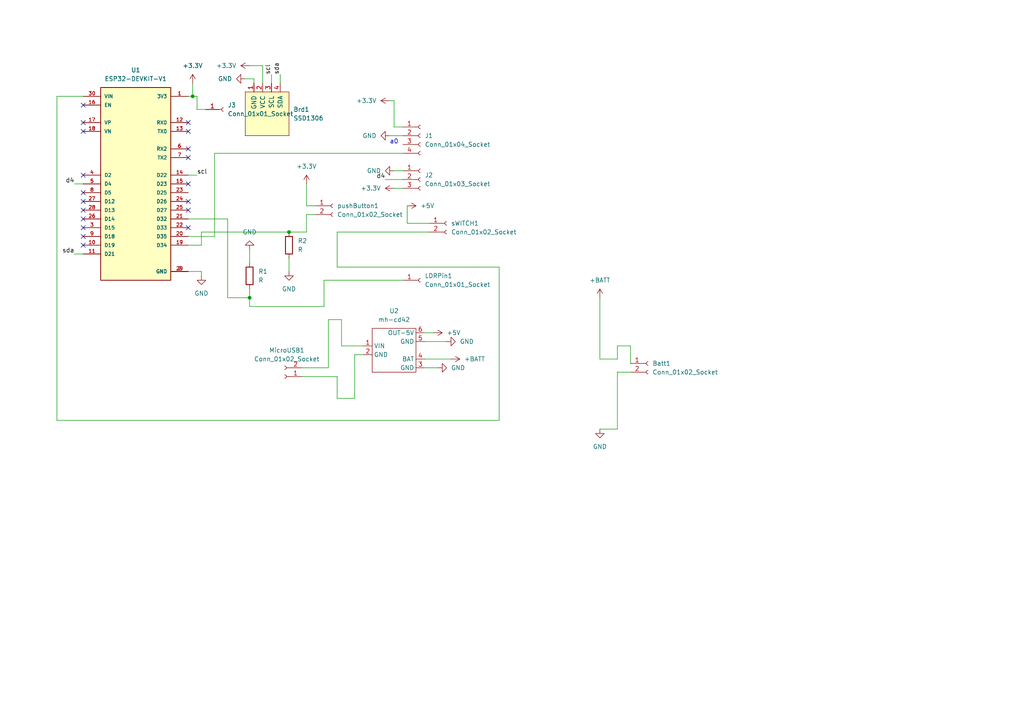
<source format=kicad_sch>
(kicad_sch (version 20230121) (generator eeschema)

  (uuid 00d2ec1c-cdca-478b-a411-bd35ff8891c5)

  (paper "A4")

  (lib_symbols
    (symbol "Connector:Conn_01x01_Socket" (pin_names (offset 1.016) hide) (in_bom yes) (on_board yes)
      (property "Reference" "J" (at 0 2.54 0)
        (effects (font (size 1.27 1.27)))
      )
      (property "Value" "Conn_01x01_Socket" (at 0 -2.54 0)
        (effects (font (size 1.27 1.27)))
      )
      (property "Footprint" "" (at 0 0 0)
        (effects (font (size 1.27 1.27)) hide)
      )
      (property "Datasheet" "~" (at 0 0 0)
        (effects (font (size 1.27 1.27)) hide)
      )
      (property "ki_locked" "" (at 0 0 0)
        (effects (font (size 1.27 1.27)))
      )
      (property "ki_keywords" "connector" (at 0 0 0)
        (effects (font (size 1.27 1.27)) hide)
      )
      (property "ki_description" "Generic connector, single row, 01x01, script generated" (at 0 0 0)
        (effects (font (size 1.27 1.27)) hide)
      )
      (property "ki_fp_filters" "Connector*:*_1x??_*" (at 0 0 0)
        (effects (font (size 1.27 1.27)) hide)
      )
      (symbol "Conn_01x01_Socket_1_1"
        (polyline
          (pts
            (xy -1.27 0)
            (xy -0.508 0)
          )
          (stroke (width 0.1524) (type default))
          (fill (type none))
        )
        (arc (start 0 0.508) (mid -0.5058 0) (end 0 -0.508)
          (stroke (width 0.1524) (type default))
          (fill (type none))
        )
        (pin passive line (at -5.08 0 0) (length 3.81)
          (name "Pin_1" (effects (font (size 1.27 1.27))))
          (number "1" (effects (font (size 1.27 1.27))))
        )
      )
    )
    (symbol "Connector:Conn_01x02_Socket" (pin_names (offset 1.016) hide) (in_bom yes) (on_board yes)
      (property "Reference" "J" (at 0 2.54 0)
        (effects (font (size 1.27 1.27)))
      )
      (property "Value" "Conn_01x02_Socket" (at 0 -5.08 0)
        (effects (font (size 1.27 1.27)))
      )
      (property "Footprint" "" (at 0 0 0)
        (effects (font (size 1.27 1.27)) hide)
      )
      (property "Datasheet" "~" (at 0 0 0)
        (effects (font (size 1.27 1.27)) hide)
      )
      (property "ki_locked" "" (at 0 0 0)
        (effects (font (size 1.27 1.27)))
      )
      (property "ki_keywords" "connector" (at 0 0 0)
        (effects (font (size 1.27 1.27)) hide)
      )
      (property "ki_description" "Generic connector, single row, 01x02, script generated" (at 0 0 0)
        (effects (font (size 1.27 1.27)) hide)
      )
      (property "ki_fp_filters" "Connector*:*_1x??_*" (at 0 0 0)
        (effects (font (size 1.27 1.27)) hide)
      )
      (symbol "Conn_01x02_Socket_1_1"
        (arc (start 0 -2.032) (mid -0.5058 -2.54) (end 0 -3.048)
          (stroke (width 0.1524) (type default))
          (fill (type none))
        )
        (polyline
          (pts
            (xy -1.27 -2.54)
            (xy -0.508 -2.54)
          )
          (stroke (width 0.1524) (type default))
          (fill (type none))
        )
        (polyline
          (pts
            (xy -1.27 0)
            (xy -0.508 0)
          )
          (stroke (width 0.1524) (type default))
          (fill (type none))
        )
        (arc (start 0 0.508) (mid -0.5058 0) (end 0 -0.508)
          (stroke (width 0.1524) (type default))
          (fill (type none))
        )
        (pin passive line (at -5.08 0 0) (length 3.81)
          (name "Pin_1" (effects (font (size 1.27 1.27))))
          (number "1" (effects (font (size 1.27 1.27))))
        )
        (pin passive line (at -5.08 -2.54 0) (length 3.81)
          (name "Pin_2" (effects (font (size 1.27 1.27))))
          (number "2" (effects (font (size 1.27 1.27))))
        )
      )
    )
    (symbol "Connector:Conn_01x03_Socket" (pin_names (offset 1.016) hide) (in_bom yes) (on_board yes)
      (property "Reference" "J" (at 0 5.08 0)
        (effects (font (size 1.27 1.27)))
      )
      (property "Value" "Conn_01x03_Socket" (at 0 -5.08 0)
        (effects (font (size 1.27 1.27)))
      )
      (property "Footprint" "" (at 0 0 0)
        (effects (font (size 1.27 1.27)) hide)
      )
      (property "Datasheet" "~" (at 0 0 0)
        (effects (font (size 1.27 1.27)) hide)
      )
      (property "ki_locked" "" (at 0 0 0)
        (effects (font (size 1.27 1.27)))
      )
      (property "ki_keywords" "connector" (at 0 0 0)
        (effects (font (size 1.27 1.27)) hide)
      )
      (property "ki_description" "Generic connector, single row, 01x03, script generated" (at 0 0 0)
        (effects (font (size 1.27 1.27)) hide)
      )
      (property "ki_fp_filters" "Connector*:*_1x??_*" (at 0 0 0)
        (effects (font (size 1.27 1.27)) hide)
      )
      (symbol "Conn_01x03_Socket_1_1"
        (arc (start 0 -2.032) (mid -0.5058 -2.54) (end 0 -3.048)
          (stroke (width 0.1524) (type default))
          (fill (type none))
        )
        (polyline
          (pts
            (xy -1.27 -2.54)
            (xy -0.508 -2.54)
          )
          (stroke (width 0.1524) (type default))
          (fill (type none))
        )
        (polyline
          (pts
            (xy -1.27 0)
            (xy -0.508 0)
          )
          (stroke (width 0.1524) (type default))
          (fill (type none))
        )
        (polyline
          (pts
            (xy -1.27 2.54)
            (xy -0.508 2.54)
          )
          (stroke (width 0.1524) (type default))
          (fill (type none))
        )
        (arc (start 0 0.508) (mid -0.5058 0) (end 0 -0.508)
          (stroke (width 0.1524) (type default))
          (fill (type none))
        )
        (arc (start 0 3.048) (mid -0.5058 2.54) (end 0 2.032)
          (stroke (width 0.1524) (type default))
          (fill (type none))
        )
        (pin passive line (at -5.08 2.54 0) (length 3.81)
          (name "Pin_1" (effects (font (size 1.27 1.27))))
          (number "1" (effects (font (size 1.27 1.27))))
        )
        (pin passive line (at -5.08 0 0) (length 3.81)
          (name "Pin_2" (effects (font (size 1.27 1.27))))
          (number "2" (effects (font (size 1.27 1.27))))
        )
        (pin passive line (at -5.08 -2.54 0) (length 3.81)
          (name "Pin_3" (effects (font (size 1.27 1.27))))
          (number "3" (effects (font (size 1.27 1.27))))
        )
      )
    )
    (symbol "Connector:Conn_01x04_Socket" (pin_names (offset 1.016) hide) (in_bom yes) (on_board yes)
      (property "Reference" "J" (at 0 5.08 0)
        (effects (font (size 1.27 1.27)))
      )
      (property "Value" "Conn_01x04_Socket" (at 0 -7.62 0)
        (effects (font (size 1.27 1.27)))
      )
      (property "Footprint" "" (at 0 0 0)
        (effects (font (size 1.27 1.27)) hide)
      )
      (property "Datasheet" "~" (at 0 0 0)
        (effects (font (size 1.27 1.27)) hide)
      )
      (property "ki_locked" "" (at 0 0 0)
        (effects (font (size 1.27 1.27)))
      )
      (property "ki_keywords" "connector" (at 0 0 0)
        (effects (font (size 1.27 1.27)) hide)
      )
      (property "ki_description" "Generic connector, single row, 01x04, script generated" (at 0 0 0)
        (effects (font (size 1.27 1.27)) hide)
      )
      (property "ki_fp_filters" "Connector*:*_1x??_*" (at 0 0 0)
        (effects (font (size 1.27 1.27)) hide)
      )
      (symbol "Conn_01x04_Socket_1_1"
        (arc (start 0 -4.572) (mid -0.5058 -5.08) (end 0 -5.588)
          (stroke (width 0.1524) (type default))
          (fill (type none))
        )
        (arc (start 0 -2.032) (mid -0.5058 -2.54) (end 0 -3.048)
          (stroke (width 0.1524) (type default))
          (fill (type none))
        )
        (polyline
          (pts
            (xy -1.27 -5.08)
            (xy -0.508 -5.08)
          )
          (stroke (width 0.1524) (type default))
          (fill (type none))
        )
        (polyline
          (pts
            (xy -1.27 -2.54)
            (xy -0.508 -2.54)
          )
          (stroke (width 0.1524) (type default))
          (fill (type none))
        )
        (polyline
          (pts
            (xy -1.27 0)
            (xy -0.508 0)
          )
          (stroke (width 0.1524) (type default))
          (fill (type none))
        )
        (polyline
          (pts
            (xy -1.27 2.54)
            (xy -0.508 2.54)
          )
          (stroke (width 0.1524) (type default))
          (fill (type none))
        )
        (arc (start 0 0.508) (mid -0.5058 0) (end 0 -0.508)
          (stroke (width 0.1524) (type default))
          (fill (type none))
        )
        (arc (start 0 3.048) (mid -0.5058 2.54) (end 0 2.032)
          (stroke (width 0.1524) (type default))
          (fill (type none))
        )
        (pin passive line (at -5.08 2.54 0) (length 3.81)
          (name "Pin_1" (effects (font (size 1.27 1.27))))
          (number "1" (effects (font (size 1.27 1.27))))
        )
        (pin passive line (at -5.08 0 0) (length 3.81)
          (name "Pin_2" (effects (font (size 1.27 1.27))))
          (number "2" (effects (font (size 1.27 1.27))))
        )
        (pin passive line (at -5.08 -2.54 0) (length 3.81)
          (name "Pin_3" (effects (font (size 1.27 1.27))))
          (number "3" (effects (font (size 1.27 1.27))))
        )
        (pin passive line (at -5.08 -5.08 0) (length 3.81)
          (name "Pin_4" (effects (font (size 1.27 1.27))))
          (number "4" (effects (font (size 1.27 1.27))))
        )
      )
    )
    (symbol "Device:R" (pin_numbers hide) (pin_names (offset 0)) (in_bom yes) (on_board yes)
      (property "Reference" "R" (at 2.032 0 90)
        (effects (font (size 1.27 1.27)))
      )
      (property "Value" "R" (at 0 0 90)
        (effects (font (size 1.27 1.27)))
      )
      (property "Footprint" "" (at -1.778 0 90)
        (effects (font (size 1.27 1.27)) hide)
      )
      (property "Datasheet" "~" (at 0 0 0)
        (effects (font (size 1.27 1.27)) hide)
      )
      (property "ki_keywords" "R res resistor" (at 0 0 0)
        (effects (font (size 1.27 1.27)) hide)
      )
      (property "ki_description" "Resistor" (at 0 0 0)
        (effects (font (size 1.27 1.27)) hide)
      )
      (property "ki_fp_filters" "R_*" (at 0 0 0)
        (effects (font (size 1.27 1.27)) hide)
      )
      (symbol "R_0_1"
        (rectangle (start -1.016 -2.54) (end 1.016 2.54)
          (stroke (width 0.254) (type default))
          (fill (type none))
        )
      )
      (symbol "R_1_1"
        (pin passive line (at 0 3.81 270) (length 1.27)
          (name "~" (effects (font (size 1.27 1.27))))
          (number "1" (effects (font (size 1.27 1.27))))
        )
        (pin passive line (at 0 -3.81 90) (length 1.27)
          (name "~" (effects (font (size 1.27 1.27))))
          (number "2" (effects (font (size 1.27 1.27))))
        )
      )
    )
    (symbol "cd42:mh-cd42" (in_bom yes) (on_board yes)
      (property "Reference" "U" (at 0 7.62 0)
        (effects (font (size 1.27 1.27)))
      )
      (property "Value" "mh-cd42" (at 0 -7.62 0)
        (effects (font (size 1.27 1.27)))
      )
      (property "Footprint" "" (at -1.27 5.08 0)
        (effects (font (size 1.27 1.27)) hide)
      )
      (property "Datasheet" "" (at -1.27 5.08 0)
        (effects (font (size 1.27 1.27)) hide)
      )
      (symbol "mh-cd42_0_1"
        (rectangle (start -6.35 6.35) (end 6.35 -6.35)
          (stroke (width 0) (type default))
          (fill (type none))
        )
      )
      (symbol "mh-cd42_1_1"
        (pin power_in line (at -8.89 1.27 0) (length 2.54)
          (name "VIN" (effects (font (size 1.27 1.27))))
          (number "1" (effects (font (size 1.27 1.27))))
        )
        (pin passive line (at -8.89 -1.27 0) (length 2.54)
          (name "GND" (effects (font (size 1.27 1.27))))
          (number "2" (effects (font (size 1.27 1.27))))
        )
        (pin passive line (at 8.89 -5.08 180) (length 2.54)
          (name "GND" (effects (font (size 1.27 1.27))))
          (number "3" (effects (font (size 1.27 1.27))))
        )
        (pin passive line (at 8.89 -2.54 180) (length 2.54)
          (name "BAT" (effects (font (size 1.27 1.27))))
          (number "4" (effects (font (size 1.27 1.27))))
        )
        (pin passive line (at 8.89 2.54 180) (length 2.54)
          (name "GND" (effects (font (size 1.27 1.27))))
          (number "5" (effects (font (size 1.27 1.27))))
        )
        (pin power_out line (at 8.89 5.08 180) (length 2.54)
          (name "OUT-5V" (effects (font (size 1.27 1.27))))
          (number "6" (effects (font (size 1.27 1.27))))
        )
      )
    )
    (symbol "esp32-devkit:ESP32-DEVKIT-V1" (pin_names (offset 1.016)) (in_bom yes) (on_board yes)
      (property "Reference" "U" (at -10.16 30.48 0)
        (effects (font (size 1.27 1.27)) (justify left top))
      )
      (property "Value" "ESP32-DEVKIT-V1" (at -10.16 -30.48 0)
        (effects (font (size 1.27 1.27)) (justify left bottom))
      )
      (property "Footprint" "ESP32-DEVKIT-V1:MODULE_ESP32_DEVKIT_V1" (at 0 0 0)
        (effects (font (size 1.27 1.27)) (justify bottom) hide)
      )
      (property "Datasheet" "" (at 0 0 0)
        (effects (font (size 1.27 1.27)) hide)
      )
      (property "MF" "Do it" (at 0 0 0)
        (effects (font (size 1.27 1.27)) (justify bottom) hide)
      )
      (property "MAXIMUM_PACKAGE_HEIGHT" "6.8 mm" (at 0 0 0)
        (effects (font (size 1.27 1.27)) (justify bottom) hide)
      )
      (property "Package" "None" (at 0 0 0)
        (effects (font (size 1.27 1.27)) (justify bottom) hide)
      )
      (property "Price" "None" (at 0 0 0)
        (effects (font (size 1.27 1.27)) (justify bottom) hide)
      )
      (property "Check_prices" "https://www.snapeda.com/parts/ESP32-DEVKIT-V1/Do+it/view-part/?ref=eda" (at 0 0 0)
        (effects (font (size 1.27 1.27)) (justify bottom) hide)
      )
      (property "STANDARD" "Manufacturer Recommendations" (at 0 0 0)
        (effects (font (size 1.27 1.27)) (justify bottom) hide)
      )
      (property "PARTREV" "N/A" (at 0 0 0)
        (effects (font (size 1.27 1.27)) (justify bottom) hide)
      )
      (property "SnapEDA_Link" "https://www.snapeda.com/parts/ESP32-DEVKIT-V1/Do+it/view-part/?ref=snap" (at 0 0 0)
        (effects (font (size 1.27 1.27)) (justify bottom) hide)
      )
      (property "MP" "ESP32-DEVKIT-V1" (at 0 0 0)
        (effects (font (size 1.27 1.27)) (justify bottom) hide)
      )
      (property "Description" "\nDual core, Wi-Fi: 2.4 GHz up to 150 Mbits/s,BLE (Bluetooth Low Energy) and legacy Bluetooth, 32 bits, Up to 240 MHz\n" (at 0 0 0)
        (effects (font (size 1.27 1.27)) (justify bottom) hide)
      )
      (property "Availability" "Not in stock" (at 0 0 0)
        (effects (font (size 1.27 1.27)) (justify bottom) hide)
      )
      (property "MANUFACTURER" "DOIT" (at 0 0 0)
        (effects (font (size 1.27 1.27)) (justify bottom) hide)
      )
      (symbol "ESP32-DEVKIT-V1_0_0"
        (rectangle (start -10.16 -27.94) (end 10.16 27.94)
          (stroke (width 0.254) (type default))
          (fill (type background))
        )
        (pin output line (at 15.24 25.4 180) (length 5.08)
          (name "3V3" (effects (font (size 1.016 1.016))))
          (number "1" (effects (font (size 1.016 1.016))))
        )
        (pin bidirectional line (at -15.24 -17.78 0) (length 5.08)
          (name "D19" (effects (font (size 1.016 1.016))))
          (number "10" (effects (font (size 1.016 1.016))))
        )
        (pin bidirectional line (at -15.24 -20.32 0) (length 5.08)
          (name "D21" (effects (font (size 1.016 1.016))))
          (number "11" (effects (font (size 1.016 1.016))))
        )
        (pin input line (at 15.24 17.78 180) (length 5.08)
          (name "RX0" (effects (font (size 1.016 1.016))))
          (number "12" (effects (font (size 1.016 1.016))))
        )
        (pin output line (at 15.24 15.24 180) (length 5.08)
          (name "TX0" (effects (font (size 1.016 1.016))))
          (number "13" (effects (font (size 1.016 1.016))))
        )
        (pin bidirectional line (at 15.24 2.54 180) (length 5.08)
          (name "D22" (effects (font (size 1.016 1.016))))
          (number "14" (effects (font (size 1.016 1.016))))
        )
        (pin bidirectional line (at 15.24 0 180) (length 5.08)
          (name "D23" (effects (font (size 1.016 1.016))))
          (number "15" (effects (font (size 1.016 1.016))))
        )
        (pin input line (at -15.24 22.86 0) (length 5.08)
          (name "EN" (effects (font (size 1.016 1.016))))
          (number "16" (effects (font (size 1.016 1.016))))
        )
        (pin bidirectional line (at -15.24 17.78 0) (length 5.08)
          (name "VP" (effects (font (size 1.016 1.016))))
          (number "17" (effects (font (size 1.016 1.016))))
        )
        (pin bidirectional line (at -15.24 15.24 0) (length 5.08)
          (name "VN" (effects (font (size 1.016 1.016))))
          (number "18" (effects (font (size 1.016 1.016))))
        )
        (pin bidirectional line (at 15.24 -17.78 180) (length 5.08)
          (name "D34" (effects (font (size 1.016 1.016))))
          (number "19" (effects (font (size 1.016 1.016))))
        )
        (pin power_in line (at 15.24 -25.4 180) (length 5.08)
          (name "GND" (effects (font (size 1.016 1.016))))
          (number "2" (effects (font (size 1.016 1.016))))
        )
        (pin bidirectional line (at 15.24 -15.24 180) (length 5.08)
          (name "D35" (effects (font (size 1.016 1.016))))
          (number "20" (effects (font (size 1.016 1.016))))
        )
        (pin bidirectional line (at 15.24 -10.16 180) (length 5.08)
          (name "D32" (effects (font (size 1.016 1.016))))
          (number "21" (effects (font (size 1.016 1.016))))
        )
        (pin bidirectional line (at 15.24 -12.7 180) (length 5.08)
          (name "D33" (effects (font (size 1.016 1.016))))
          (number "22" (effects (font (size 1.016 1.016))))
        )
        (pin bidirectional line (at 15.24 -2.54 180) (length 5.08)
          (name "D25" (effects (font (size 1.016 1.016))))
          (number "23" (effects (font (size 1.016 1.016))))
        )
        (pin bidirectional line (at 15.24 -5.08 180) (length 5.08)
          (name "D26" (effects (font (size 1.016 1.016))))
          (number "24" (effects (font (size 1.016 1.016))))
        )
        (pin bidirectional line (at 15.24 -7.62 180) (length 5.08)
          (name "D27" (effects (font (size 1.016 1.016))))
          (number "25" (effects (font (size 1.016 1.016))))
        )
        (pin bidirectional line (at -15.24 -10.16 0) (length 5.08)
          (name "D14" (effects (font (size 1.016 1.016))))
          (number "26" (effects (font (size 1.016 1.016))))
        )
        (pin bidirectional line (at -15.24 -5.08 0) (length 5.08)
          (name "D12" (effects (font (size 1.016 1.016))))
          (number "27" (effects (font (size 1.016 1.016))))
        )
        (pin bidirectional line (at -15.24 -7.62 0) (length 5.08)
          (name "D13" (effects (font (size 1.016 1.016))))
          (number "28" (effects (font (size 1.016 1.016))))
        )
        (pin power_in line (at 15.24 -25.4 180) (length 5.08)
          (name "GND" (effects (font (size 1.016 1.016))))
          (number "29" (effects (font (size 1.016 1.016))))
        )
        (pin bidirectional line (at -15.24 -12.7 0) (length 5.08)
          (name "D15" (effects (font (size 1.016 1.016))))
          (number "3" (effects (font (size 1.016 1.016))))
        )
        (pin input line (at -15.24 25.4 0) (length 5.08)
          (name "VIN" (effects (font (size 1.016 1.016))))
          (number "30" (effects (font (size 1.016 1.016))))
        )
        (pin bidirectional line (at -15.24 2.54 0) (length 5.08)
          (name "D2" (effects (font (size 1.016 1.016))))
          (number "4" (effects (font (size 1.016 1.016))))
        )
        (pin bidirectional line (at -15.24 0 0) (length 5.08)
          (name "D4" (effects (font (size 1.016 1.016))))
          (number "5" (effects (font (size 1.016 1.016))))
        )
        (pin input line (at 15.24 10.16 180) (length 5.08)
          (name "RX2" (effects (font (size 1.016 1.016))))
          (number "6" (effects (font (size 1.016 1.016))))
        )
        (pin output line (at 15.24 7.62 180) (length 5.08)
          (name "TX2" (effects (font (size 1.016 1.016))))
          (number "7" (effects (font (size 1.016 1.016))))
        )
        (pin bidirectional line (at -15.24 -2.54 0) (length 5.08)
          (name "D5" (effects (font (size 1.016 1.016))))
          (number "8" (effects (font (size 1.016 1.016))))
        )
        (pin bidirectional line (at -15.24 -15.24 0) (length 5.08)
          (name "D18" (effects (font (size 1.016 1.016))))
          (number "9" (effects (font (size 1.016 1.016))))
        )
      )
    )
    (symbol "power:+3.3V" (power) (pin_names (offset 0)) (in_bom yes) (on_board yes)
      (property "Reference" "#PWR" (at 0 -3.81 0)
        (effects (font (size 1.27 1.27)) hide)
      )
      (property "Value" "+3.3V" (at 0 3.556 0)
        (effects (font (size 1.27 1.27)))
      )
      (property "Footprint" "" (at 0 0 0)
        (effects (font (size 1.27 1.27)) hide)
      )
      (property "Datasheet" "" (at 0 0 0)
        (effects (font (size 1.27 1.27)) hide)
      )
      (property "ki_keywords" "global power" (at 0 0 0)
        (effects (font (size 1.27 1.27)) hide)
      )
      (property "ki_description" "Power symbol creates a global label with name \"+3.3V\"" (at 0 0 0)
        (effects (font (size 1.27 1.27)) hide)
      )
      (symbol "+3.3V_0_1"
        (polyline
          (pts
            (xy -0.762 1.27)
            (xy 0 2.54)
          )
          (stroke (width 0) (type default))
          (fill (type none))
        )
        (polyline
          (pts
            (xy 0 0)
            (xy 0 2.54)
          )
          (stroke (width 0) (type default))
          (fill (type none))
        )
        (polyline
          (pts
            (xy 0 2.54)
            (xy 0.762 1.27)
          )
          (stroke (width 0) (type default))
          (fill (type none))
        )
      )
      (symbol "+3.3V_1_1"
        (pin power_in line (at 0 0 90) (length 0) hide
          (name "+3.3V" (effects (font (size 1.27 1.27))))
          (number "1" (effects (font (size 1.27 1.27))))
        )
      )
    )
    (symbol "power:+5V" (power) (pin_names (offset 0)) (in_bom yes) (on_board yes)
      (property "Reference" "#PWR" (at 0 -3.81 0)
        (effects (font (size 1.27 1.27)) hide)
      )
      (property "Value" "+5V" (at 0 3.556 0)
        (effects (font (size 1.27 1.27)))
      )
      (property "Footprint" "" (at 0 0 0)
        (effects (font (size 1.27 1.27)) hide)
      )
      (property "Datasheet" "" (at 0 0 0)
        (effects (font (size 1.27 1.27)) hide)
      )
      (property "ki_keywords" "global power" (at 0 0 0)
        (effects (font (size 1.27 1.27)) hide)
      )
      (property "ki_description" "Power symbol creates a global label with name \"+5V\"" (at 0 0 0)
        (effects (font (size 1.27 1.27)) hide)
      )
      (symbol "+5V_0_1"
        (polyline
          (pts
            (xy -0.762 1.27)
            (xy 0 2.54)
          )
          (stroke (width 0) (type default))
          (fill (type none))
        )
        (polyline
          (pts
            (xy 0 0)
            (xy 0 2.54)
          )
          (stroke (width 0) (type default))
          (fill (type none))
        )
        (polyline
          (pts
            (xy 0 2.54)
            (xy 0.762 1.27)
          )
          (stroke (width 0) (type default))
          (fill (type none))
        )
      )
      (symbol "+5V_1_1"
        (pin power_in line (at 0 0 90) (length 0) hide
          (name "+5V" (effects (font (size 1.27 1.27))))
          (number "1" (effects (font (size 1.27 1.27))))
        )
      )
    )
    (symbol "power:+BATT" (power) (pin_names (offset 0)) (in_bom yes) (on_board yes)
      (property "Reference" "#PWR" (at 0 -3.81 0)
        (effects (font (size 1.27 1.27)) hide)
      )
      (property "Value" "+BATT" (at 0 3.556 0)
        (effects (font (size 1.27 1.27)))
      )
      (property "Footprint" "" (at 0 0 0)
        (effects (font (size 1.27 1.27)) hide)
      )
      (property "Datasheet" "" (at 0 0 0)
        (effects (font (size 1.27 1.27)) hide)
      )
      (property "ki_keywords" "global power battery" (at 0 0 0)
        (effects (font (size 1.27 1.27)) hide)
      )
      (property "ki_description" "Power symbol creates a global label with name \"+BATT\"" (at 0 0 0)
        (effects (font (size 1.27 1.27)) hide)
      )
      (symbol "+BATT_0_1"
        (polyline
          (pts
            (xy -0.762 1.27)
            (xy 0 2.54)
          )
          (stroke (width 0) (type default))
          (fill (type none))
        )
        (polyline
          (pts
            (xy 0 0)
            (xy 0 2.54)
          )
          (stroke (width 0) (type default))
          (fill (type none))
        )
        (polyline
          (pts
            (xy 0 2.54)
            (xy 0.762 1.27)
          )
          (stroke (width 0) (type default))
          (fill (type none))
        )
      )
      (symbol "+BATT_1_1"
        (pin power_in line (at 0 0 90) (length 0) hide
          (name "+BATT" (effects (font (size 1.27 1.27))))
          (number "1" (effects (font (size 1.27 1.27))))
        )
      )
    )
    (symbol "power:GND" (power) (pin_names (offset 0)) (in_bom yes) (on_board yes)
      (property "Reference" "#PWR" (at 0 -6.35 0)
        (effects (font (size 1.27 1.27)) hide)
      )
      (property "Value" "GND" (at 0 -3.81 0)
        (effects (font (size 1.27 1.27)))
      )
      (property "Footprint" "" (at 0 0 0)
        (effects (font (size 1.27 1.27)) hide)
      )
      (property "Datasheet" "" (at 0 0 0)
        (effects (font (size 1.27 1.27)) hide)
      )
      (property "ki_keywords" "global power" (at 0 0 0)
        (effects (font (size 1.27 1.27)) hide)
      )
      (property "ki_description" "Power symbol creates a global label with name \"GND\" , ground" (at 0 0 0)
        (effects (font (size 1.27 1.27)) hide)
      )
      (symbol "GND_0_1"
        (polyline
          (pts
            (xy 0 0)
            (xy 0 -1.27)
            (xy 1.27 -1.27)
            (xy 0 -2.54)
            (xy -1.27 -1.27)
            (xy 0 -1.27)
          )
          (stroke (width 0) (type default))
          (fill (type none))
        )
      )
      (symbol "GND_1_1"
        (pin power_in line (at 0 0 270) (length 0) hide
          (name "GND" (effects (font (size 1.27 1.27))))
          (number "1" (effects (font (size 1.27 1.27))))
        )
      )
    )
    (symbol "ssd1306:SSD1306" (pin_names (offset 1.016)) (in_bom yes) (on_board yes)
      (property "Reference" "Brd" (at 0 -3.81 0)
        (effects (font (size 1.27 1.27)))
      )
      (property "Value" "SSD1306" (at 0 -1.27 0)
        (effects (font (size 1.27 1.27)))
      )
      (property "Footprint" "" (at 0 6.35 0)
        (effects (font (size 1.27 1.27)) hide)
      )
      (property "Datasheet" "" (at 0 6.35 0)
        (effects (font (size 1.27 1.27)) hide)
      )
      (property "ki_keywords" "SSD1306" (at 0 0 0)
        (effects (font (size 1.27 1.27)) hide)
      )
      (property "ki_description" "SSD1306 OLED" (at 0 0 0)
        (effects (font (size 1.27 1.27)) hide)
      )
      (property "ki_fp_filters" "SSD1306-128x64_OLED:SSD1306" (at 0 0 0)
        (effects (font (size 1.27 1.27)) hide)
      )
      (symbol "SSD1306_0_1"
        (rectangle (start -6.35 6.35) (end 6.35 -6.35)
          (stroke (width 0) (type solid))
          (fill (type background))
        )
      )
      (symbol "SSD1306_1_1"
        (pin input line (at -3.81 8.89 270) (length 2.54)
          (name "GND" (effects (font (size 1.27 1.27))))
          (number "1" (effects (font (size 1.27 1.27))))
        )
        (pin input line (at -1.27 8.89 270) (length 2.54)
          (name "VCC" (effects (font (size 1.27 1.27))))
          (number "2" (effects (font (size 1.27 1.27))))
        )
        (pin input line (at 1.27 8.89 270) (length 2.54)
          (name "SCL" (effects (font (size 1.27 1.27))))
          (number "3" (effects (font (size 1.27 1.27))))
        )
        (pin input line (at 3.81 8.89 270) (length 2.54)
          (name "SDA" (effects (font (size 1.27 1.27))))
          (number "4" (effects (font (size 1.27 1.27))))
        )
      )
    )
  )

  (junction (at 83.82 67.31) (diameter 0) (color 0 0 0 0)
    (uuid 8bdfeee7-2607-470b-a652-aebdeb4f8f23)
  )
  (junction (at 72.39 86.36) (diameter 0) (color 0 0 0 0)
    (uuid 9f3d3fde-9e32-4ede-9cf2-f0fe51a7ce1f)
  )
  (junction (at 55.88 27.94) (diameter 0) (color 0 0 0 0)
    (uuid e24dc323-8ce4-4f06-8a17-ae9b44212486)
  )

  (no_connect (at 24.13 50.8) (uuid 0c9f1924-7b6c-4a05-8bed-6b4c140e753b))
  (no_connect (at 54.61 53.34) (uuid 24e3e942-b787-466e-adbb-c5d6b0615945))
  (no_connect (at 54.61 58.42) (uuid 263c468e-6a0e-4c75-b42f-24b314094515))
  (no_connect (at 24.13 30.48) (uuid 26dccbaa-724f-40d1-8782-8cd3bdeae1d4))
  (no_connect (at 24.13 71.12) (uuid 28acddf8-1e04-420a-9321-e369f75701d1))
  (no_connect (at 54.61 43.18) (uuid 2c2a46aa-1ac6-46d9-8475-57b1a2b6df72))
  (no_connect (at 24.13 35.56) (uuid 2ce5f416-8fb8-43fd-b477-9d74695d6f21))
  (no_connect (at 54.61 45.72) (uuid 2f455806-29ea-4763-bc9d-bd1d1d9d6fc1))
  (no_connect (at 54.61 35.56) (uuid 40a359ce-6b0c-42ea-8ac9-468d0ea3a45f))
  (no_connect (at 54.61 60.96) (uuid 460b67c2-6ce9-4b9c-a75e-33ea875532be))
  (no_connect (at 24.13 60.96) (uuid 65ae212f-62c0-433f-a588-7543e2d2adb7))
  (no_connect (at 54.61 38.1) (uuid 66e09a34-4b17-41ee-a052-764e2af23cd7))
  (no_connect (at 24.13 38.1) (uuid 7bc0005c-acce-4c3b-a594-f70903cc9176))
  (no_connect (at 24.13 63.5) (uuid a834e64d-3251-4f99-b8e4-af48100a04f7))
  (no_connect (at 24.13 55.88) (uuid be9ad6db-705f-4569-893f-13389197aa73))
  (no_connect (at 24.13 66.04) (uuid bea5d1b7-6cc2-47a5-8b82-fd5321791de2))
  (no_connect (at 54.61 66.04) (uuid db2d1ed7-1369-4fe8-8d53-15fbd7fc825e))
  (no_connect (at 24.13 68.58) (uuid e1fd0588-1dea-409a-9247-0b1d5ddda54a))
  (no_connect (at 24.13 58.42) (uuid f1137426-0277-4ef4-8bde-b382ef9e0858))

  (wire (pts (xy 66.04 63.5) (xy 66.04 86.36))
    (stroke (width 0) (type default))
    (uuid 07206f04-0420-4b46-a600-ae565c138c00)
  )
  (wire (pts (xy 57.15 31.75) (xy 57.15 27.94))
    (stroke (width 0) (type default))
    (uuid 0932fb3d-da4b-4f34-a17f-27a3f46751c4)
  )
  (wire (pts (xy 118.11 64.77) (xy 124.46 64.77))
    (stroke (width 0) (type default))
    (uuid 0e92a564-accb-4203-a77c-92ba8cac618d)
  )
  (wire (pts (xy 179.07 104.14) (xy 173.99 104.14))
    (stroke (width 0) (type default))
    (uuid 116bb04b-1fc9-46d2-b497-326794fbb580)
  )
  (wire (pts (xy 55.88 24.13) (xy 55.88 27.94))
    (stroke (width 0) (type default))
    (uuid 135e0068-fa32-4a45-92fe-59c0a431f5f7)
  )
  (wire (pts (xy 99.06 92.71) (xy 95.25 92.71))
    (stroke (width 0) (type default))
    (uuid 165d6da0-9340-4d6f-8ebd-1ec1dfc34bc0)
  )
  (wire (pts (xy 95.25 92.71) (xy 95.25 106.68))
    (stroke (width 0) (type default))
    (uuid 17610af4-6b67-4229-88bc-6a3368bec4e0)
  )
  (wire (pts (xy 114.3 36.83) (xy 116.84 36.83))
    (stroke (width 0) (type default))
    (uuid 1982e055-59fa-44ea-8527-7ff9d4b34182)
  )
  (wire (pts (xy 97.79 115.57) (xy 102.87 115.57))
    (stroke (width 0) (type default))
    (uuid 1f074a67-ba5f-4af3-bc8a-279b3c337f9b)
  )
  (wire (pts (xy 102.87 102.87) (xy 105.41 102.87))
    (stroke (width 0) (type default))
    (uuid 20e39ddb-8b45-470b-9440-9e721479f616)
  )
  (wire (pts (xy 123.19 106.68) (xy 127 106.68))
    (stroke (width 0) (type default))
    (uuid 24da9329-2f0d-41dd-a551-3fb03b90232d)
  )
  (wire (pts (xy 16.51 27.94) (xy 24.13 27.94))
    (stroke (width 0) (type default))
    (uuid 26dab215-c122-486d-8e45-45a74bc2ea6b)
  )
  (wire (pts (xy 97.79 67.31) (xy 97.79 77.47))
    (stroke (width 0) (type default))
    (uuid 2ecf679e-8c3b-41d5-883f-6be71e421a00)
  )
  (wire (pts (xy 71.12 22.86) (xy 73.66 22.86))
    (stroke (width 0) (type default))
    (uuid 310a20bb-25d1-48b0-93be-75e6b161a5cd)
  )
  (wire (pts (xy 72.39 83.82) (xy 72.39 86.36))
    (stroke (width 0) (type default))
    (uuid 323545d7-2234-4134-9a4b-0770ccb66b23)
  )
  (wire (pts (xy 88.9 53.34) (xy 88.9 59.69))
    (stroke (width 0) (type default))
    (uuid 32e707b0-410e-4013-a5e2-acdabbff4c5d)
  )
  (wire (pts (xy 58.42 67.31) (xy 58.42 71.12))
    (stroke (width 0) (type default))
    (uuid 32f8524f-94b9-453c-9d13-9739daf11fb6)
  )
  (wire (pts (xy 95.25 106.68) (xy 87.63 106.68))
    (stroke (width 0) (type default))
    (uuid 3ac8ccff-5506-400c-afe1-5d87d2c20395)
  )
  (wire (pts (xy 58.42 78.74) (xy 58.42 80.01))
    (stroke (width 0) (type default))
    (uuid 3d31bb1f-2327-482a-a232-996ebc7954d4)
  )
  (wire (pts (xy 111.76 52.07) (xy 116.84 52.07))
    (stroke (width 0) (type default))
    (uuid 3d82188a-cbfd-44e2-a5a1-48f05ed25607)
  )
  (wire (pts (xy 21.59 53.34) (xy 24.13 53.34))
    (stroke (width 0) (type default))
    (uuid 43389c0e-cd74-45da-8b9d-ad9ee5e643c4)
  )
  (wire (pts (xy 88.9 59.69) (xy 91.44 59.69))
    (stroke (width 0) (type default))
    (uuid 47d2cb90-7a85-43c5-83ad-824c790cb181)
  )
  (wire (pts (xy 87.63 109.22) (xy 97.79 109.22))
    (stroke (width 0) (type default))
    (uuid 4e616a4f-d738-47b9-b8e8-aff35d029783)
  )
  (wire (pts (xy 62.23 44.45) (xy 62.23 68.58))
    (stroke (width 0) (type default))
    (uuid 530e5057-490b-4eaa-b1fe-0bd53f6de4fb)
  )
  (wire (pts (xy 88.9 62.23) (xy 88.9 67.31))
    (stroke (width 0) (type default))
    (uuid 5423ff92-b2b3-49a0-81b0-398373d2c38e)
  )
  (wire (pts (xy 81.28 21.59) (xy 81.28 24.13))
    (stroke (width 0) (type default))
    (uuid 55c311d9-f576-4240-bcfb-83a50ff3ad34)
  )
  (wire (pts (xy 116.84 44.45) (xy 62.23 44.45))
    (stroke (width 0) (type default))
    (uuid 55eacbc8-f1bf-4254-ac31-d3f547d503e1)
  )
  (wire (pts (xy 78.74 21.59) (xy 78.74 24.13))
    (stroke (width 0) (type default))
    (uuid 5a087241-845d-473b-aafc-f6efeb13825d)
  )
  (wire (pts (xy 182.88 100.33) (xy 182.88 105.41))
    (stroke (width 0) (type default))
    (uuid 5e0e3a3f-2f0b-4d6b-ad46-ddd75e441efc)
  )
  (wire (pts (xy 123.19 104.14) (xy 130.81 104.14))
    (stroke (width 0) (type default))
    (uuid 5f164987-fbed-422c-bcca-ca8359675226)
  )
  (wire (pts (xy 118.11 59.69) (xy 118.11 64.77))
    (stroke (width 0) (type default))
    (uuid 5f3d7af4-e8f0-4f43-834e-5e8b8facd824)
  )
  (wire (pts (xy 179.07 107.95) (xy 179.07 124.46))
    (stroke (width 0) (type default))
    (uuid 5f5a4a26-6be1-416b-8771-74aa5d1dc1da)
  )
  (wire (pts (xy 16.51 121.92) (xy 16.51 27.94))
    (stroke (width 0) (type default))
    (uuid 6057d021-5094-4e4d-8eb5-f4c7745aa07e)
  )
  (wire (pts (xy 72.39 72.39) (xy 72.39 76.2))
    (stroke (width 0) (type default))
    (uuid 63d7a790-5d65-45d0-9af1-f0842231c3a9)
  )
  (wire (pts (xy 72.39 19.05) (xy 76.2 19.05))
    (stroke (width 0) (type default))
    (uuid 653ca319-e18b-4f5e-998a-d85e054a3350)
  )
  (wire (pts (xy 114.3 54.61) (xy 116.84 54.61))
    (stroke (width 0) (type default))
    (uuid 6809a617-527c-4229-a775-6f3c4c02d0d6)
  )
  (wire (pts (xy 114.3 29.21) (xy 114.3 36.83))
    (stroke (width 0) (type default))
    (uuid 6e765193-a4a4-4a1e-9ca2-822749faec4c)
  )
  (wire (pts (xy 21.59 73.66) (xy 24.13 73.66))
    (stroke (width 0) (type default))
    (uuid 6eac1f0f-f7c5-449e-a014-35dc2d69278b)
  )
  (wire (pts (xy 113.03 29.21) (xy 114.3 29.21))
    (stroke (width 0) (type default))
    (uuid 716dba84-07a0-4f20-a975-103cbfb6d339)
  )
  (wire (pts (xy 76.2 19.05) (xy 76.2 24.13))
    (stroke (width 0) (type default))
    (uuid 7b611aba-b733-42dd-b446-7255991ee21e)
  )
  (wire (pts (xy 114.3 49.53) (xy 116.84 49.53))
    (stroke (width 0) (type default))
    (uuid 7cc6ea39-d4cb-4099-9838-af3a0c6c0c77)
  )
  (wire (pts (xy 57.15 27.94) (xy 55.88 27.94))
    (stroke (width 0) (type default))
    (uuid 80481a9d-785d-41e4-a3d7-c3d60d5ebbb3)
  )
  (wire (pts (xy 124.46 67.31) (xy 97.79 67.31))
    (stroke (width 0) (type default))
    (uuid 83339984-b8b6-4ca3-bcfb-ea11bc61ba36)
  )
  (wire (pts (xy 93.98 81.28) (xy 93.98 88.9))
    (stroke (width 0) (type default))
    (uuid 8f02ecac-ec8a-4b40-916f-e5583466c72f)
  )
  (wire (pts (xy 97.79 109.22) (xy 97.79 115.57))
    (stroke (width 0) (type default))
    (uuid 8f94109b-b6fb-411b-889b-fff0c4dc4735)
  )
  (wire (pts (xy 93.98 88.9) (xy 72.39 88.9))
    (stroke (width 0) (type default))
    (uuid 90de4928-09b5-47cf-8e7b-84bde4c9e18e)
  )
  (wire (pts (xy 123.19 96.52) (xy 125.73 96.52))
    (stroke (width 0) (type default))
    (uuid 95e994a5-83c1-4f11-b99a-911ca0e04f25)
  )
  (wire (pts (xy 99.06 100.33) (xy 105.41 100.33))
    (stroke (width 0) (type default))
    (uuid 9a8298b2-33fa-4bca-be1f-1accb83506e7)
  )
  (wire (pts (xy 123.19 99.06) (xy 129.54 99.06))
    (stroke (width 0) (type default))
    (uuid 9f423df2-d861-4c3c-a8ee-586a1e79b2c1)
  )
  (wire (pts (xy 58.42 71.12) (xy 54.61 71.12))
    (stroke (width 0) (type default))
    (uuid a085b9ba-03fa-458d-b4b1-26c5c11183e9)
  )
  (wire (pts (xy 179.07 100.33) (xy 182.88 100.33))
    (stroke (width 0) (type default))
    (uuid a6e14ca0-f819-43ea-84ad-24a3807a8cb6)
  )
  (wire (pts (xy 144.78 77.47) (xy 144.78 121.92))
    (stroke (width 0) (type default))
    (uuid ab97d71c-7222-4ace-8ea7-d84f70df9bb9)
  )
  (wire (pts (xy 179.07 124.46) (xy 173.99 124.46))
    (stroke (width 0) (type default))
    (uuid abb34157-779e-499d-b5c0-d89d0d89ef80)
  )
  (wire (pts (xy 91.44 62.23) (xy 88.9 62.23))
    (stroke (width 0) (type default))
    (uuid aefb7cd0-0599-46ef-b240-71b349e9f68d)
  )
  (wire (pts (xy 97.79 77.47) (xy 144.78 77.47))
    (stroke (width 0) (type default))
    (uuid ba125bde-e1a5-4f3e-a042-cf36e5f92128)
  )
  (wire (pts (xy 57.15 31.75) (xy 59.69 31.75))
    (stroke (width 0) (type default))
    (uuid bb20180d-2577-4556-9bfe-68148f962f3c)
  )
  (wire (pts (xy 83.82 74.93) (xy 83.82 78.74))
    (stroke (width 0) (type default))
    (uuid bc7fc407-aade-4260-a564-8af8a5a48bf2)
  )
  (wire (pts (xy 55.88 27.94) (xy 54.61 27.94))
    (stroke (width 0) (type default))
    (uuid be632283-c4a8-4f6c-9821-bdc6df0b8c03)
  )
  (wire (pts (xy 102.87 115.57) (xy 102.87 102.87))
    (stroke (width 0) (type default))
    (uuid c22a50ac-89a3-489e-8047-d3541cd8f1be)
  )
  (wire (pts (xy 54.61 63.5) (xy 66.04 63.5))
    (stroke (width 0) (type default))
    (uuid c2a42dff-b052-4dce-b96d-06f6246c371e)
  )
  (wire (pts (xy 113.03 39.37) (xy 116.84 39.37))
    (stroke (width 0) (type default))
    (uuid c5858428-068a-4a2f-bc1e-58c64d8055a8)
  )
  (wire (pts (xy 179.07 104.14) (xy 179.07 100.33))
    (stroke (width 0) (type default))
    (uuid ca8a80ef-8c58-4662-9849-5dbe155ffed6)
  )
  (wire (pts (xy 58.42 78.74) (xy 54.61 78.74))
    (stroke (width 0) (type default))
    (uuid cd156a6e-c3d9-4ea5-b0f1-acc5bc0062c4)
  )
  (wire (pts (xy 72.39 86.36) (xy 72.39 88.9))
    (stroke (width 0) (type default))
    (uuid ced36c1b-c5bd-44d1-b530-55c236b7fc88)
  )
  (wire (pts (xy 144.78 121.92) (xy 16.51 121.92))
    (stroke (width 0) (type default))
    (uuid d4112ffe-95c2-4715-841d-b8109cc84844)
  )
  (wire (pts (xy 58.42 67.31) (xy 83.82 67.31))
    (stroke (width 0) (type default))
    (uuid d6c9dd67-1344-41b9-95f4-6f7c349f38e0)
  )
  (wire (pts (xy 72.39 86.36) (xy 66.04 86.36))
    (stroke (width 0) (type default))
    (uuid d93b97b8-f3e1-4199-9b4b-6ab22c5d45f7)
  )
  (wire (pts (xy 179.07 107.95) (xy 182.88 107.95))
    (stroke (width 0) (type default))
    (uuid de549395-dd86-4cbe-bbf5-27114997ce89)
  )
  (wire (pts (xy 57.15 50.8) (xy 54.61 50.8))
    (stroke (width 0) (type default))
    (uuid e2a9be51-1a05-4fb5-9d05-d55fd86d5c11)
  )
  (wire (pts (xy 173.99 104.14) (xy 173.99 86.36))
    (stroke (width 0) (type default))
    (uuid e60fbd04-e0ba-4d1e-9ecd-2772338f7c9d)
  )
  (wire (pts (xy 62.23 68.58) (xy 54.61 68.58))
    (stroke (width 0) (type default))
    (uuid e6877fe9-ddce-4290-a758-46ee411a2728)
  )
  (wire (pts (xy 73.66 22.86) (xy 73.66 24.13))
    (stroke (width 0) (type default))
    (uuid e895bdec-067a-4efb-85a2-0224cdc28fbe)
  )
  (wire (pts (xy 83.82 67.31) (xy 88.9 67.31))
    (stroke (width 0) (type default))
    (uuid eab8736e-ba49-410d-b65f-f41d71df6a74)
  )
  (wire (pts (xy 99.06 92.71) (xy 99.06 100.33))
    (stroke (width 0) (type default))
    (uuid ed137551-b856-459d-8b31-4b2b13f07a03)
  )
  (wire (pts (xy 93.98 81.28) (xy 116.84 81.28))
    (stroke (width 0) (type default))
    (uuid f950b8cd-f7db-48da-b97d-fc55a956058f)
  )

  (text "a0" (at 113.03 41.91 0)
    (effects (font (size 1.27 1.27)) (justify left bottom))
    (uuid 3bbedb66-3777-45b3-b8fb-8f1caf834d6c)
  )

  (label "d4" (at 111.76 52.07 180) (fields_autoplaced)
    (effects (font (size 1.27 1.27)) (justify right bottom))
    (uuid 20a1d1bc-1d05-4101-96cb-88332ba6dfc2)
  )
  (label "scl" (at 57.15 50.8 0) (fields_autoplaced)
    (effects (font (size 1.27 1.27)) (justify left bottom))
    (uuid 2d2cfc12-7d8b-4478-9d70-8f75b062f434)
  )
  (label "scl" (at 78.74 21.59 90) (fields_autoplaced)
    (effects (font (size 1.27 1.27)) (justify left bottom))
    (uuid 30f3cceb-d073-4601-9ebf-f71a83ca5d62)
  )
  (label "d4" (at 21.59 53.34 180) (fields_autoplaced)
    (effects (font (size 1.27 1.27)) (justify right bottom))
    (uuid 82fc09a1-48e7-4bf4-a3d3-8f84a7dfd2b6)
  )
  (label "sda" (at 81.28 21.59 90) (fields_autoplaced)
    (effects (font (size 1.27 1.27)) (justify left bottom))
    (uuid 9b58053d-2ac7-4b91-aa32-1f908056e50d)
  )
  (label "sda" (at 21.59 73.66 180) (fields_autoplaced)
    (effects (font (size 1.27 1.27)) (justify right bottom))
    (uuid f37221e5-0548-4f6d-8af4-d79a73833e17)
  )

  (symbol (lib_id "power:GND") (at 114.3 49.53 270) (unit 1)
    (in_bom yes) (on_board yes) (dnp no)
    (uuid 00709ee9-b1e2-4ef8-882b-bbd4b7cdd077)
    (property "Reference" "#PWR03" (at 107.95 49.53 0)
      (effects (font (size 1.27 1.27)) hide)
    )
    (property "Value" "GND" (at 110.49 49.53 90)
      (effects (font (size 1.27 1.27)) (justify right))
    )
    (property "Footprint" "" (at 114.3 49.53 0)
      (effects (font (size 1.27 1.27)) hide)
    )
    (property "Datasheet" "" (at 114.3 49.53 0)
      (effects (font (size 1.27 1.27)) hide)
    )
    (pin "1" (uuid 7ebd76cf-29d8-4cd1-ba79-fac0dd74e206))
    (instances
      (project "PCB taller de electronica"
        (path "/00d2ec1c-cdca-478b-a411-bd35ff8891c5"
          (reference "#PWR03") (unit 1)
        )
      )
    )
  )

  (symbol (lib_id "esp32-devkit:ESP32-DEVKIT-V1") (at 39.37 53.34 0) (unit 1)
    (in_bom yes) (on_board yes) (dnp no) (fields_autoplaced)
    (uuid 012758f4-1213-4dcf-b891-aa5cd8eb526f)
    (property "Reference" "U1" (at 39.37 20.32 0)
      (effects (font (size 1.27 1.27)))
    )
    (property "Value" "ESP32-DEVKIT-V1" (at 39.37 22.86 0)
      (effects (font (size 1.27 1.27)))
    )
    (property "Footprint" "ESP32-DEVKIT-V1:MODULE_ESP32_DEVKIT_V1" (at 39.37 53.34 0)
      (effects (font (size 1.27 1.27)) (justify bottom) hide)
    )
    (property "Datasheet" "" (at 39.37 53.34 0)
      (effects (font (size 1.27 1.27)) hide)
    )
    (property "MF" "Do it" (at 39.37 53.34 0)
      (effects (font (size 1.27 1.27)) (justify bottom) hide)
    )
    (property "MAXIMUM_PACKAGE_HEIGHT" "6.8 mm" (at 39.37 53.34 0)
      (effects (font (size 1.27 1.27)) (justify bottom) hide)
    )
    (property "Package" "None" (at 39.37 53.34 0)
      (effects (font (size 1.27 1.27)) (justify bottom) hide)
    )
    (property "Price" "None" (at 39.37 53.34 0)
      (effects (font (size 1.27 1.27)) (justify bottom) hide)
    )
    (property "Check_prices" "https://www.snapeda.com/parts/ESP32-DEVKIT-V1/Do+it/view-part/?ref=eda" (at 39.37 53.34 0)
      (effects (font (size 1.27 1.27)) (justify bottom) hide)
    )
    (property "STANDARD" "Manufacturer Recommendations" (at 39.37 53.34 0)
      (effects (font (size 1.27 1.27)) (justify bottom) hide)
    )
    (property "PARTREV" "N/A" (at 39.37 53.34 0)
      (effects (font (size 1.27 1.27)) (justify bottom) hide)
    )
    (property "SnapEDA_Link" "https://www.snapeda.com/parts/ESP32-DEVKIT-V1/Do+it/view-part/?ref=snap" (at 39.37 53.34 0)
      (effects (font (size 1.27 1.27)) (justify bottom) hide)
    )
    (property "MP" "ESP32-DEVKIT-V1" (at 39.37 53.34 0)
      (effects (font (size 1.27 1.27)) (justify bottom) hide)
    )
    (property "Description" "\nDual core, Wi-Fi: 2.4 GHz up to 150 Mbits/s,BLE (Bluetooth Low Energy) and legacy Bluetooth, 32 bits, Up to 240 MHz\n" (at 39.37 53.34 0)
      (effects (font (size 1.27 1.27)) (justify bottom) hide)
    )
    (property "Availability" "Not in stock" (at 39.37 53.34 0)
      (effects (font (size 1.27 1.27)) (justify bottom) hide)
    )
    (property "MANUFACTURER" "DOIT" (at 39.37 53.34 0)
      (effects (font (size 1.27 1.27)) (justify bottom) hide)
    )
    (pin "1" (uuid 5842e90b-be31-4e07-9d90-ab9054e4580f))
    (pin "10" (uuid 518c1197-a99b-4385-b730-714283a186a0))
    (pin "11" (uuid 146c9202-a980-4b73-b671-ff4a99778cf6))
    (pin "12" (uuid 04db8403-53d7-46d3-ae40-ccb607c2c3eb))
    (pin "13" (uuid 9067f351-6245-4247-8f57-dd50d2fb81bd))
    (pin "14" (uuid d1bb5051-eaa7-466e-9a93-2cd302b6a741))
    (pin "15" (uuid a4415756-e456-4e2d-b6ef-11f24717faf5))
    (pin "16" (uuid 429908eb-732a-40b2-b3b7-fd7e67b1a5cb))
    (pin "17" (uuid 75bffe07-bd42-46c7-9f19-d5829067cfe4))
    (pin "18" (uuid ffe9a7de-35be-4185-8c84-512a85180a7d))
    (pin "19" (uuid 54315492-b183-4b25-8ed2-46b65b7c65a2))
    (pin "2" (uuid ce91441a-dae6-4667-9d7a-7ef7acacbde3))
    (pin "20" (uuid 6f29923c-993a-4cf0-8213-0d345e8ad38f))
    (pin "21" (uuid 7e80e6ee-4176-4ecd-a046-5afe1584b377))
    (pin "22" (uuid d290bdfc-2cb4-48e6-9e48-c0dcd7be6ea2))
    (pin "23" (uuid 3844f217-b5c0-4534-afe2-6c21a7163cbc))
    (pin "24" (uuid e8607595-fcda-4df8-8756-3e027159fa03))
    (pin "25" (uuid 437c4308-2890-4334-8cda-c08e9471498f))
    (pin "26" (uuid a6a77e5d-bb5a-46ba-81bc-2e3cc98491fe))
    (pin "27" (uuid 58d0808b-365a-460c-a356-c2680b07622d))
    (pin "28" (uuid 36fca590-5c2d-4eb7-9eba-ebc0ae916d05))
    (pin "29" (uuid d0d84eb6-ad5c-40db-a1e2-59ff3f330e73))
    (pin "3" (uuid e58b85bd-bd63-4cdf-98da-5d8a1d4c27b2))
    (pin "30" (uuid 4a5b703f-9fa2-4138-bc88-b060f33f5ecc))
    (pin "4" (uuid c9cffdab-69ac-47e8-b2ee-9e4f991d8182))
    (pin "5" (uuid b5d6af57-03e7-441a-afc3-7823f8637be4))
    (pin "6" (uuid aac2e997-3bb9-40f8-8566-8a8353fb4a6f))
    (pin "7" (uuid c5980f40-5180-4b5a-8e6f-33cdffaf19b0))
    (pin "8" (uuid e2edd8fa-05e3-429f-90d5-13ec682d06ba))
    (pin "9" (uuid 633bad0f-eba6-4007-a379-bd891cf8e677))
    (instances
      (project "PCB taller de electronica"
        (path "/00d2ec1c-cdca-478b-a411-bd35ff8891c5"
          (reference "U1") (unit 1)
        )
      )
    )
  )

  (symbol (lib_id "ssd1306:SSD1306") (at 77.47 33.02 0) (unit 1)
    (in_bom yes) (on_board yes) (dnp no) (fields_autoplaced)
    (uuid 074bbe01-d69f-48b0-9404-20468e393089)
    (property "Reference" "Brd1" (at 85.09 31.75 0)
      (effects (font (size 1.27 1.27)) (justify left))
    )
    (property "Value" "SSD1306" (at 85.09 34.29 0)
      (effects (font (size 1.27 1.27)) (justify left))
    )
    (property "Footprint" "SSD1306:128x64OLED" (at 77.47 26.67 0)
      (effects (font (size 1.27 1.27)) hide)
    )
    (property "Datasheet" "" (at 77.47 26.67 0)
      (effects (font (size 1.27 1.27)) hide)
    )
    (pin "1" (uuid 565817e7-4bed-4867-ae58-7a14aa8c4721))
    (pin "2" (uuid 9be9b98e-cb08-4219-8186-6aadb6114421))
    (pin "3" (uuid da438215-ae66-4b94-883f-b5d38a474574))
    (pin "4" (uuid 39ec298e-cacf-44b3-96c2-88f87fec4b43))
    (instances
      (project "PCB taller de electronica"
        (path "/00d2ec1c-cdca-478b-a411-bd35ff8891c5"
          (reference "Brd1") (unit 1)
        )
      )
    )
  )

  (symbol (lib_id "power:GND") (at 113.03 39.37 270) (unit 1)
    (in_bom yes) (on_board yes) (dnp no) (fields_autoplaced)
    (uuid 294d1cf5-6c39-4094-862e-7d7e2eec2de7)
    (property "Reference" "#PWR02" (at 106.68 39.37 0)
      (effects (font (size 1.27 1.27)) hide)
    )
    (property "Value" "GND" (at 109.22 39.37 90)
      (effects (font (size 1.27 1.27)) (justify right))
    )
    (property "Footprint" "" (at 113.03 39.37 0)
      (effects (font (size 1.27 1.27)) hide)
    )
    (property "Datasheet" "" (at 113.03 39.37 0)
      (effects (font (size 1.27 1.27)) hide)
    )
    (pin "1" (uuid 63c66255-fbc5-45cc-b2aa-7e113a7f9304))
    (instances
      (project "PCB taller de electronica"
        (path "/00d2ec1c-cdca-478b-a411-bd35ff8891c5"
          (reference "#PWR02") (unit 1)
        )
      )
    )
  )

  (symbol (lib_id "power:GND") (at 127 106.68 90) (unit 1)
    (in_bom yes) (on_board yes) (dnp no) (fields_autoplaced)
    (uuid 2b84c961-8d45-4092-8670-1bcaa16d2e54)
    (property "Reference" "#PWR023" (at 133.35 106.68 0)
      (effects (font (size 1.27 1.27)) hide)
    )
    (property "Value" "GND" (at 130.81 106.68 90)
      (effects (font (size 1.27 1.27)) (justify right))
    )
    (property "Footprint" "" (at 127 106.68 0)
      (effects (font (size 1.27 1.27)) hide)
    )
    (property "Datasheet" "" (at 127 106.68 0)
      (effects (font (size 1.27 1.27)) hide)
    )
    (pin "1" (uuid 8d5f4eea-4704-4fb4-9b5e-0fb1477fe23d))
    (instances
      (project "PCB taller de electronica"
        (path "/00d2ec1c-cdca-478b-a411-bd35ff8891c5"
          (reference "#PWR023") (unit 1)
        )
      )
    )
  )

  (symbol (lib_id "power:+3.3V") (at 55.88 24.13 0) (unit 1)
    (in_bom yes) (on_board yes) (dnp no) (fields_autoplaced)
    (uuid 318813a6-4b5f-48cc-80ae-587ad3c4e4af)
    (property "Reference" "#PWR016" (at 55.88 27.94 0)
      (effects (font (size 1.27 1.27)) hide)
    )
    (property "Value" "+3.3V" (at 55.88 19.05 0)
      (effects (font (size 1.27 1.27)))
    )
    (property "Footprint" "" (at 55.88 24.13 0)
      (effects (font (size 1.27 1.27)) hide)
    )
    (property "Datasheet" "" (at 55.88 24.13 0)
      (effects (font (size 1.27 1.27)) hide)
    )
    (pin "1" (uuid b0d5f647-68b2-46bd-a969-891229e1a26a))
    (instances
      (project "PCB taller de electronica"
        (path "/00d2ec1c-cdca-478b-a411-bd35ff8891c5"
          (reference "#PWR016") (unit 1)
        )
      )
    )
  )

  (symbol (lib_id "power:+BATT") (at 173.99 86.36 0) (unit 1)
    (in_bom yes) (on_board yes) (dnp no) (fields_autoplaced)
    (uuid 354f7da8-ac02-408a-a05f-c9bd74d66ad0)
    (property "Reference" "#PWR04" (at 173.99 90.17 0)
      (effects (font (size 1.27 1.27)) hide)
    )
    (property "Value" "+BATT" (at 173.99 81.28 0)
      (effects (font (size 1.27 1.27)))
    )
    (property "Footprint" "" (at 173.99 86.36 0)
      (effects (font (size 1.27 1.27)) hide)
    )
    (property "Datasheet" "" (at 173.99 86.36 0)
      (effects (font (size 1.27 1.27)) hide)
    )
    (pin "1" (uuid 3f9af33e-ae12-4586-bcbe-efe43210d319))
    (instances
      (project "PCB taller de electronica"
        (path "/00d2ec1c-cdca-478b-a411-bd35ff8891c5"
          (reference "#PWR04") (unit 1)
        )
      )
    )
  )

  (symbol (lib_id "Device:R") (at 83.82 71.12 0) (unit 1)
    (in_bom yes) (on_board yes) (dnp no) (fields_autoplaced)
    (uuid 375b1810-03ba-4e6a-bd91-1680fad9db42)
    (property "Reference" "R2" (at 86.36 69.85 0)
      (effects (font (size 1.27 1.27)) (justify left))
    )
    (property "Value" "R" (at 86.36 72.39 0)
      (effects (font (size 1.27 1.27)) (justify left))
    )
    (property "Footprint" "OptoDevice:R_LDR_5.0x4.1mm_P3mm_Vertical" (at 82.042 71.12 90)
      (effects (font (size 1.27 1.27)) hide)
    )
    (property "Datasheet" "~" (at 83.82 71.12 0)
      (effects (font (size 1.27 1.27)) hide)
    )
    (pin "1" (uuid e7fb2432-c43c-4e33-8fca-0e2f86b7fb67))
    (pin "2" (uuid 5cbac08e-7608-470e-8e65-829b1b798daa))
    (instances
      (project "PCB taller de electronica"
        (path "/00d2ec1c-cdca-478b-a411-bd35ff8891c5"
          (reference "R2") (unit 1)
        )
      )
    )
  )

  (symbol (lib_id "power:+BATT") (at 130.81 104.14 270) (unit 1)
    (in_bom yes) (on_board yes) (dnp no) (fields_autoplaced)
    (uuid 43f9dcc1-4b58-4084-a799-4904dd8b3efe)
    (property "Reference" "#PWR025" (at 127 104.14 0)
      (effects (font (size 1.27 1.27)) hide)
    )
    (property "Value" "+BATT" (at 134.62 104.14 90)
      (effects (font (size 1.27 1.27)) (justify left))
    )
    (property "Footprint" "" (at 130.81 104.14 0)
      (effects (font (size 1.27 1.27)) hide)
    )
    (property "Datasheet" "" (at 130.81 104.14 0)
      (effects (font (size 1.27 1.27)) hide)
    )
    (pin "1" (uuid 00ee453b-470a-4576-be5c-f7a50b17aba9))
    (instances
      (project "PCB taller de electronica"
        (path "/00d2ec1c-cdca-478b-a411-bd35ff8891c5"
          (reference "#PWR025") (unit 1)
        )
      )
    )
  )

  (symbol (lib_id "Connector:Conn_01x01_Socket") (at 121.92 81.28 0) (unit 1)
    (in_bom yes) (on_board yes) (dnp no) (fields_autoplaced)
    (uuid 45700f4c-46c4-4d91-8f92-c7689e983a4a)
    (property "Reference" "LDRPin1" (at 123.19 80.01 0)
      (effects (font (size 1.27 1.27)) (justify left))
    )
    (property "Value" "Conn_01x01_Socket" (at 123.19 82.55 0)
      (effects (font (size 1.27 1.27)) (justify left))
    )
    (property "Footprint" "Connector_PinSocket_2.54mm:PinSocket_1x01_P2.54mm_Vertical" (at 121.92 81.28 0)
      (effects (font (size 1.27 1.27)) hide)
    )
    (property "Datasheet" "~" (at 121.92 81.28 0)
      (effects (font (size 1.27 1.27)) hide)
    )
    (pin "1" (uuid fb3f7fcd-fc71-4fed-8bb8-704ca4cd655e))
    (instances
      (project "PCB taller de electronica"
        (path "/00d2ec1c-cdca-478b-a411-bd35ff8891c5"
          (reference "LDRPin1") (unit 1)
        )
      )
    )
  )

  (symbol (lib_id "power:GND") (at 83.82 78.74 0) (unit 1)
    (in_bom yes) (on_board yes) (dnp no) (fields_autoplaced)
    (uuid 46366893-f267-40ae-bb55-f1ab6c9b50ec)
    (property "Reference" "#PWR013" (at 83.82 85.09 0)
      (effects (font (size 1.27 1.27)) hide)
    )
    (property "Value" "GND" (at 83.82 83.82 0)
      (effects (font (size 1.27 1.27)))
    )
    (property "Footprint" "" (at 83.82 78.74 0)
      (effects (font (size 1.27 1.27)) hide)
    )
    (property "Datasheet" "" (at 83.82 78.74 0)
      (effects (font (size 1.27 1.27)) hide)
    )
    (pin "1" (uuid b263983d-4757-4299-b8ed-5f56b6750d3b))
    (instances
      (project "PCB taller de electronica"
        (path "/00d2ec1c-cdca-478b-a411-bd35ff8891c5"
          (reference "#PWR013") (unit 1)
        )
      )
    )
  )

  (symbol (lib_id "Connector:Conn_01x02_Socket") (at 96.52 59.69 0) (unit 1)
    (in_bom yes) (on_board yes) (dnp no) (fields_autoplaced)
    (uuid 483665f9-93e6-4b45-a7a3-13d7bd799693)
    (property "Reference" "pushButton1" (at 97.79 59.69 0)
      (effects (font (size 1.27 1.27)) (justify left))
    )
    (property "Value" "Conn_01x02_Socket" (at 97.79 62.23 0)
      (effects (font (size 1.27 1.27)) (justify left))
    )
    (property "Footprint" "Connector_PinSocket_2.54mm:PinSocket_1x02_P2.54mm_Vertical" (at 96.52 59.69 0)
      (effects (font (size 1.27 1.27)) hide)
    )
    (property "Datasheet" "~" (at 96.52 59.69 0)
      (effects (font (size 1.27 1.27)) hide)
    )
    (pin "1" (uuid 83a47bb1-1ca7-4fb8-93f0-18f6d9462329))
    (pin "2" (uuid 6444fb3e-ddbe-4a25-8bdb-ab297f1c95b6))
    (instances
      (project "PCB taller de electronica"
        (path "/00d2ec1c-cdca-478b-a411-bd35ff8891c5"
          (reference "pushButton1") (unit 1)
        )
      )
    )
  )

  (symbol (lib_id "power:+5V") (at 125.73 96.52 270) (unit 1)
    (in_bom yes) (on_board yes) (dnp no) (fields_autoplaced)
    (uuid 48393bb7-e516-4574-89ec-1cec4dd0dcfe)
    (property "Reference" "#PWR020" (at 121.92 96.52 0)
      (effects (font (size 1.27 1.27)) hide)
    )
    (property "Value" "+5V" (at 129.54 96.52 90)
      (effects (font (size 1.27 1.27)) (justify left))
    )
    (property "Footprint" "" (at 125.73 96.52 0)
      (effects (font (size 1.27 1.27)) hide)
    )
    (property "Datasheet" "" (at 125.73 96.52 0)
      (effects (font (size 1.27 1.27)) hide)
    )
    (pin "1" (uuid 0ab6379f-ee07-45c3-bc43-455c02932e30))
    (instances
      (project "PCB taller de electronica"
        (path "/00d2ec1c-cdca-478b-a411-bd35ff8891c5"
          (reference "#PWR020") (unit 1)
        )
      )
    )
  )

  (symbol (lib_id "power:GND") (at 129.54 99.06 90) (unit 1)
    (in_bom yes) (on_board yes) (dnp no) (fields_autoplaced)
    (uuid 6544d881-5920-4712-9d09-19aa4fa63b7e)
    (property "Reference" "#PWR022" (at 135.89 99.06 0)
      (effects (font (size 1.27 1.27)) hide)
    )
    (property "Value" "GND" (at 133.35 99.06 90)
      (effects (font (size 1.27 1.27)) (justify right))
    )
    (property "Footprint" "" (at 129.54 99.06 0)
      (effects (font (size 1.27 1.27)) hide)
    )
    (property "Datasheet" "" (at 129.54 99.06 0)
      (effects (font (size 1.27 1.27)) hide)
    )
    (pin "1" (uuid dc17028b-2dd5-446d-b737-d23ee2ba0500))
    (instances
      (project "PCB taller de electronica"
        (path "/00d2ec1c-cdca-478b-a411-bd35ff8891c5"
          (reference "#PWR022") (unit 1)
        )
      )
    )
  )

  (symbol (lib_id "power:+3.3V") (at 88.9 53.34 0) (unit 1)
    (in_bom yes) (on_board yes) (dnp no) (fields_autoplaced)
    (uuid 6fc5e1f9-53d7-428a-88e4-e9d5c2c75c5d)
    (property "Reference" "#PWR019" (at 88.9 57.15 0)
      (effects (font (size 1.27 1.27)) hide)
    )
    (property "Value" "+3.3V" (at 88.9 48.26 0)
      (effects (font (size 1.27 1.27)))
    )
    (property "Footprint" "" (at 88.9 53.34 0)
      (effects (font (size 1.27 1.27)) hide)
    )
    (property "Datasheet" "" (at 88.9 53.34 0)
      (effects (font (size 1.27 1.27)) hide)
    )
    (pin "1" (uuid e124d304-840c-47e1-ba13-836991e9a18a))
    (instances
      (project "PCB taller de electronica"
        (path "/00d2ec1c-cdca-478b-a411-bd35ff8891c5"
          (reference "#PWR019") (unit 1)
        )
      )
    )
  )

  (symbol (lib_id "Connector:Conn_01x03_Socket") (at 121.92 52.07 0) (unit 1)
    (in_bom yes) (on_board yes) (dnp no) (fields_autoplaced)
    (uuid 7f251655-7871-48ea-a267-440ff82d8ce4)
    (property "Reference" "J2" (at 123.19 50.8 0)
      (effects (font (size 1.27 1.27)) (justify left))
    )
    (property "Value" "Conn_01x03_Socket" (at 123.19 53.34 0)
      (effects (font (size 1.27 1.27)) (justify left))
    )
    (property "Footprint" "Connector:FanPinHeader_1x03_P2.54mm_Vertical" (at 121.92 52.07 0)
      (effects (font (size 1.27 1.27)) hide)
    )
    (property "Datasheet" "~" (at 121.92 52.07 0)
      (effects (font (size 1.27 1.27)) hide)
    )
    (pin "1" (uuid 5f34e615-99a3-4222-aa62-2ad146394f6b))
    (pin "2" (uuid 09c0f71c-27cc-4a2d-aa8b-a7b2ec6b77c3))
    (pin "3" (uuid 6cc0f945-4512-4b69-a7e7-72ad80bfc90c))
    (instances
      (project "PCB taller de electronica"
        (path "/00d2ec1c-cdca-478b-a411-bd35ff8891c5"
          (reference "J2") (unit 1)
        )
      )
    )
  )

  (symbol (lib_id "power:+3.3V") (at 72.39 19.05 90) (unit 1)
    (in_bom yes) (on_board yes) (dnp no) (fields_autoplaced)
    (uuid 8c6c158c-4a79-4497-a249-ee3bd4c2aac1)
    (property "Reference" "#PWR015" (at 76.2 19.05 0)
      (effects (font (size 1.27 1.27)) hide)
    )
    (property "Value" "+3.3V" (at 68.58 19.05 90)
      (effects (font (size 1.27 1.27)) (justify left))
    )
    (property "Footprint" "" (at 72.39 19.05 0)
      (effects (font (size 1.27 1.27)) hide)
    )
    (property "Datasheet" "" (at 72.39 19.05 0)
      (effects (font (size 1.27 1.27)) hide)
    )
    (pin "1" (uuid ca840864-a603-4ba1-be40-b353ee1d23a3))
    (instances
      (project "PCB taller de electronica"
        (path "/00d2ec1c-cdca-478b-a411-bd35ff8891c5"
          (reference "#PWR015") (unit 1)
        )
      )
    )
  )

  (symbol (lib_id "power:+5V") (at 118.11 59.69 270) (unit 1)
    (in_bom yes) (on_board yes) (dnp no) (fields_autoplaced)
    (uuid 8dc7cc17-c04f-4eae-8436-9f1c91f14e3e)
    (property "Reference" "#PWR01" (at 114.3 59.69 0)
      (effects (font (size 1.27 1.27)) hide)
    )
    (property "Value" "+5V" (at 121.92 59.69 90)
      (effects (font (size 1.27 1.27)) (justify left))
    )
    (property "Footprint" "" (at 118.11 59.69 0)
      (effects (font (size 1.27 1.27)) hide)
    )
    (property "Datasheet" "" (at 118.11 59.69 0)
      (effects (font (size 1.27 1.27)) hide)
    )
    (pin "1" (uuid 1ad14c8d-dc83-4271-9d30-c19fd48d7f9a))
    (instances
      (project "PCB taller de electronica"
        (path "/00d2ec1c-cdca-478b-a411-bd35ff8891c5"
          (reference "#PWR01") (unit 1)
        )
      )
    )
  )

  (symbol (lib_id "power:GND") (at 173.99 124.46 0) (unit 1)
    (in_bom yes) (on_board yes) (dnp no) (fields_autoplaced)
    (uuid 96521ac3-eaf5-429c-a0a8-7eb535d69458)
    (property "Reference" "#PWR05" (at 173.99 130.81 0)
      (effects (font (size 1.27 1.27)) hide)
    )
    (property "Value" "GND" (at 173.99 129.54 0)
      (effects (font (size 1.27 1.27)))
    )
    (property "Footprint" "" (at 173.99 124.46 0)
      (effects (font (size 1.27 1.27)) hide)
    )
    (property "Datasheet" "" (at 173.99 124.46 0)
      (effects (font (size 1.27 1.27)) hide)
    )
    (pin "1" (uuid 14323749-455b-4fa3-83ab-40d9d6ba886d))
    (instances
      (project "PCB taller de electronica"
        (path "/00d2ec1c-cdca-478b-a411-bd35ff8891c5"
          (reference "#PWR05") (unit 1)
        )
      )
    )
  )

  (symbol (lib_id "Connector:Conn_01x04_Socket") (at 121.92 39.37 0) (unit 1)
    (in_bom yes) (on_board yes) (dnp no) (fields_autoplaced)
    (uuid 999a5726-21c5-4ce5-874b-f7167dfcb351)
    (property "Reference" "J1" (at 123.19 39.37 0)
      (effects (font (size 1.27 1.27)) (justify left))
    )
    (property "Value" "Conn_01x04_Socket" (at 123.19 41.91 0)
      (effects (font (size 1.27 1.27)) (justify left))
    )
    (property "Footprint" "Connector:FanPinHeader_1x04_P2.54mm_Vertical" (at 121.92 39.37 0)
      (effects (font (size 1.27 1.27)) hide)
    )
    (property "Datasheet" "~" (at 121.92 39.37 0)
      (effects (font (size 1.27 1.27)) hide)
    )
    (pin "1" (uuid a77e38e6-a437-4a12-a29f-ea129b29dca2))
    (pin "2" (uuid 618b7cab-92d6-4596-8970-f804e57e25a2))
    (pin "3" (uuid 473420a3-021e-4037-af08-714f841895bb))
    (pin "4" (uuid 76973872-53c7-4a8f-8504-06dc47b9246d))
    (instances
      (project "PCB taller de electronica"
        (path "/00d2ec1c-cdca-478b-a411-bd35ff8891c5"
          (reference "J1") (unit 1)
        )
      )
    )
  )

  (symbol (lib_id "Connector:Conn_01x01_Socket") (at 64.77 31.75 0) (unit 1)
    (in_bom yes) (on_board yes) (dnp no) (fields_autoplaced)
    (uuid aa52817f-39d3-49e2-8ff2-69dd4d13a0d5)
    (property "Reference" "J3" (at 66.04 30.48 0)
      (effects (font (size 1.27 1.27)) (justify left))
    )
    (property "Value" "Conn_01x01_Socket" (at 66.04 33.02 0)
      (effects (font (size 1.27 1.27)) (justify left))
    )
    (property "Footprint" "Connector_PinSocket_2.54mm:PinSocket_1x01_P2.54mm_Vertical" (at 64.77 31.75 0)
      (effects (font (size 1.27 1.27)) hide)
    )
    (property "Datasheet" "~" (at 64.77 31.75 0)
      (effects (font (size 1.27 1.27)) hide)
    )
    (pin "1" (uuid 9bc3ecc5-b4a6-443e-80ef-ccf94f0affd6))
    (instances
      (project "PCB taller de electronica"
        (path "/00d2ec1c-cdca-478b-a411-bd35ff8891c5"
          (reference "J3") (unit 1)
        )
      )
    )
  )

  (symbol (lib_id "power:+3.3V") (at 113.03 29.21 90) (unit 1)
    (in_bom yes) (on_board yes) (dnp no) (fields_autoplaced)
    (uuid ac894c18-5cce-4e64-9d0e-1abc49e63946)
    (property "Reference" "#PWR06" (at 116.84 29.21 0)
      (effects (font (size 1.27 1.27)) hide)
    )
    (property "Value" "+3.3V" (at 109.22 29.21 90)
      (effects (font (size 1.27 1.27)) (justify left))
    )
    (property "Footprint" "" (at 113.03 29.21 0)
      (effects (font (size 1.27 1.27)) hide)
    )
    (property "Datasheet" "" (at 113.03 29.21 0)
      (effects (font (size 1.27 1.27)) hide)
    )
    (pin "1" (uuid 93d6e688-b9b7-439d-b181-6776b8d50344))
    (instances
      (project "PCB taller de electronica"
        (path "/00d2ec1c-cdca-478b-a411-bd35ff8891c5"
          (reference "#PWR06") (unit 1)
        )
      )
    )
  )

  (symbol (lib_id "Device:R") (at 72.39 80.01 0) (unit 1)
    (in_bom yes) (on_board yes) (dnp no) (fields_autoplaced)
    (uuid acb361f2-0d36-408e-92a0-60da98fd7455)
    (property "Reference" "R1" (at 74.93 78.74 0)
      (effects (font (size 1.27 1.27)) (justify left))
    )
    (property "Value" "R" (at 74.93 81.28 0)
      (effects (font (size 1.27 1.27)) (justify left))
    )
    (property "Footprint" "OptoDevice:R_LDR_5.0x4.1mm_P3mm_Vertical" (at 70.612 80.01 90)
      (effects (font (size 1.27 1.27)) hide)
    )
    (property "Datasheet" "~" (at 72.39 80.01 0)
      (effects (font (size 1.27 1.27)) hide)
    )
    (pin "1" (uuid c527ecf8-1e2a-43b8-84f2-26a1ec207a11))
    (pin "2" (uuid a1f466ba-1d65-47d6-91c2-561d6d09d964))
    (instances
      (project "PCB taller de electronica"
        (path "/00d2ec1c-cdca-478b-a411-bd35ff8891c5"
          (reference "R1") (unit 1)
        )
      )
    )
  )

  (symbol (lib_id "Connector:Conn_01x02_Socket") (at 129.54 64.77 0) (unit 1)
    (in_bom yes) (on_board yes) (dnp no) (fields_autoplaced)
    (uuid ad694049-35fa-46df-864d-b8a42819f3f0)
    (property "Reference" "sWITCH1" (at 130.81 64.77 0)
      (effects (font (size 1.27 1.27)) (justify left))
    )
    (property "Value" "Conn_01x02_Socket" (at 130.81 67.31 0)
      (effects (font (size 1.27 1.27)) (justify left))
    )
    (property "Footprint" "Connector_PinSocket_2.54mm:PinSocket_1x02_P2.54mm_Vertical" (at 129.54 64.77 0)
      (effects (font (size 1.27 1.27)) hide)
    )
    (property "Datasheet" "~" (at 129.54 64.77 0)
      (effects (font (size 1.27 1.27)) hide)
    )
    (pin "2" (uuid e93cb40d-62e4-4973-8e8d-498b7cbecff9))
    (pin "1" (uuid 41408c12-db97-4e5e-852f-9e5d529f08f3))
    (instances
      (project "PCB taller de electronica"
        (path "/00d2ec1c-cdca-478b-a411-bd35ff8891c5"
          (reference "sWITCH1") (unit 1)
        )
      )
    )
  )

  (symbol (lib_id "Connector:Conn_01x02_Socket") (at 82.55 109.22 180) (unit 1)
    (in_bom yes) (on_board yes) (dnp no) (fields_autoplaced)
    (uuid b9cb06e1-5377-49a1-8689-a41677c6bf6f)
    (property "Reference" "MicroUSB1" (at 83.185 101.6 0)
      (effects (font (size 1.27 1.27)))
    )
    (property "Value" "Conn_01x02_Socket" (at 83.185 104.14 0)
      (effects (font (size 1.27 1.27)))
    )
    (property "Footprint" "Connector_PinSocket_2.54mm:PinSocket_1x02_P2.54mm_Vertical" (at 82.55 109.22 0)
      (effects (font (size 1.27 1.27)) hide)
    )
    (property "Datasheet" "~" (at 82.55 109.22 0)
      (effects (font (size 1.27 1.27)) hide)
    )
    (pin "2" (uuid ec3ecf3a-0560-4c82-a5d2-ef04299fcc82))
    (pin "1" (uuid 51ac6807-204d-4009-aaeb-131e39b200c1))
    (instances
      (project "PCB taller de electronica"
        (path "/00d2ec1c-cdca-478b-a411-bd35ff8891c5"
          (reference "MicroUSB1") (unit 1)
        )
      )
    )
  )

  (symbol (lib_id "cd42:mh-cd42") (at 114.3 101.6 0) (unit 1)
    (in_bom yes) (on_board yes) (dnp no) (fields_autoplaced)
    (uuid ca6d1f59-d9e0-42e4-bcdc-ebe06169c107)
    (property "Reference" "U2" (at 114.3 90.17 0)
      (effects (font (size 1.27 1.27)))
    )
    (property "Value" "mh-cd42" (at 114.3 92.71 0)
      (effects (font (size 1.27 1.27)))
    )
    (property "Footprint" "cd42:mh-cd42" (at 113.03 96.52 0)
      (effects (font (size 1.27 1.27)) hide)
    )
    (property "Datasheet" "" (at 113.03 96.52 0)
      (effects (font (size 1.27 1.27)) hide)
    )
    (pin "1" (uuid b715b66d-71ec-4ced-bcaf-65ec30a1ba03))
    (pin "2" (uuid 6a1ea182-fba6-4843-821d-821db7bab835))
    (pin "3" (uuid 9f39b7fc-6e61-44e5-81f6-7ba26b4d655c))
    (pin "4" (uuid 0ff69495-dbae-42f9-bc65-4a3714c72d62))
    (pin "5" (uuid 585c136f-383e-47ec-a774-b677c7aab6cb))
    (pin "6" (uuid d736356c-1686-4761-985d-33ac0f82f168))
    (instances
      (project "PCB taller de electronica"
        (path "/00d2ec1c-cdca-478b-a411-bd35ff8891c5"
          (reference "U2") (unit 1)
        )
      )
    )
  )

  (symbol (lib_id "power:+3.3V") (at 114.3 54.61 90) (unit 1)
    (in_bom yes) (on_board yes) (dnp no) (fields_autoplaced)
    (uuid d3911bfe-3ffa-4458-947c-ec0098f8c71e)
    (property "Reference" "#PWR018" (at 118.11 54.61 0)
      (effects (font (size 1.27 1.27)) hide)
    )
    (property "Value" "+3.3V" (at 110.49 54.61 90)
      (effects (font (size 1.27 1.27)) (justify left))
    )
    (property "Footprint" "" (at 114.3 54.61 0)
      (effects (font (size 1.27 1.27)) hide)
    )
    (property "Datasheet" "" (at 114.3 54.61 0)
      (effects (font (size 1.27 1.27)) hide)
    )
    (pin "1" (uuid acb16825-e06e-43d6-9071-c96c037e8e0b))
    (instances
      (project "PCB taller de electronica"
        (path "/00d2ec1c-cdca-478b-a411-bd35ff8891c5"
          (reference "#PWR018") (unit 1)
        )
      )
    )
  )

  (symbol (lib_id "power:GND") (at 71.12 22.86 270) (unit 1)
    (in_bom yes) (on_board yes) (dnp no) (fields_autoplaced)
    (uuid dc31e61a-e4df-416c-8d7e-7fd5ce93a0c2)
    (property "Reference" "#PWR014" (at 64.77 22.86 0)
      (effects (font (size 1.27 1.27)) hide)
    )
    (property "Value" "GND" (at 67.31 22.86 90)
      (effects (font (size 1.27 1.27)) (justify right))
    )
    (property "Footprint" "" (at 71.12 22.86 0)
      (effects (font (size 1.27 1.27)) hide)
    )
    (property "Datasheet" "" (at 71.12 22.86 0)
      (effects (font (size 1.27 1.27)) hide)
    )
    (pin "1" (uuid 341bfb1b-74d2-4062-a5f5-b023f39b4cd7))
    (instances
      (project "PCB taller de electronica"
        (path "/00d2ec1c-cdca-478b-a411-bd35ff8891c5"
          (reference "#PWR014") (unit 1)
        )
      )
    )
  )

  (symbol (lib_id "power:GND") (at 72.39 72.39 180) (unit 1)
    (in_bom yes) (on_board yes) (dnp no) (fields_autoplaced)
    (uuid e1b28dab-1216-413c-a60b-e1ad88aa290d)
    (property "Reference" "#PWR012" (at 72.39 66.04 0)
      (effects (font (size 1.27 1.27)) hide)
    )
    (property "Value" "GND" (at 72.39 67.31 0)
      (effects (font (size 1.27 1.27)))
    )
    (property "Footprint" "" (at 72.39 72.39 0)
      (effects (font (size 1.27 1.27)) hide)
    )
    (property "Datasheet" "" (at 72.39 72.39 0)
      (effects (font (size 1.27 1.27)) hide)
    )
    (pin "1" (uuid dd3f2e63-315f-423e-be54-6a8a74cb6d2b))
    (instances
      (project "PCB taller de electronica"
        (path "/00d2ec1c-cdca-478b-a411-bd35ff8891c5"
          (reference "#PWR012") (unit 1)
        )
      )
    )
  )

  (symbol (lib_id "power:GND") (at 58.42 80.01 0) (unit 1)
    (in_bom yes) (on_board yes) (dnp no) (fields_autoplaced)
    (uuid ee39e032-0c4c-419a-bff0-c106d88c8788)
    (property "Reference" "#PWR011" (at 58.42 86.36 0)
      (effects (font (size 1.27 1.27)) hide)
    )
    (property "Value" "GND" (at 58.42 85.09 0)
      (effects (font (size 1.27 1.27)))
    )
    (property "Footprint" "" (at 58.42 80.01 0)
      (effects (font (size 1.27 1.27)) hide)
    )
    (property "Datasheet" "" (at 58.42 80.01 0)
      (effects (font (size 1.27 1.27)) hide)
    )
    (pin "1" (uuid 3f6f6e3c-d0b2-4d33-b944-ebcd618904aa))
    (instances
      (project "PCB taller de electronica"
        (path "/00d2ec1c-cdca-478b-a411-bd35ff8891c5"
          (reference "#PWR011") (unit 1)
        )
      )
    )
  )

  (symbol (lib_id "Connector:Conn_01x02_Socket") (at 187.96 105.41 0) (unit 1)
    (in_bom yes) (on_board yes) (dnp no)
    (uuid fad986f2-7054-457d-8a22-811aff18958e)
    (property "Reference" "Batt1" (at 189.23 105.41 0)
      (effects (font (size 1.27 1.27)) (justify left))
    )
    (property "Value" "Conn_01x02_Socket" (at 189.23 107.95 0)
      (effects (font (size 1.27 1.27)) (justify left))
    )
    (property "Footprint" "Connector_PinSocket_2.54mm:PinSocket_1x02_P2.54mm_Vertical" (at 187.96 105.41 0)
      (effects (font (size 1.27 1.27)) hide)
    )
    (property "Datasheet" "~" (at 187.96 105.41 0)
      (effects (font (size 1.27 1.27)) hide)
    )
    (pin "2" (uuid 68916ff7-7ddf-4d56-b8bc-803f264d7931))
    (pin "1" (uuid 36f1d0dd-d673-4af2-a2f2-e06ab60e6220))
    (instances
      (project "PCB taller de electronica"
        (path "/00d2ec1c-cdca-478b-a411-bd35ff8891c5"
          (reference "Batt1") (unit 1)
        )
      )
    )
  )

  (sheet_instances
    (path "/" (page "1"))
  )
)

</source>
